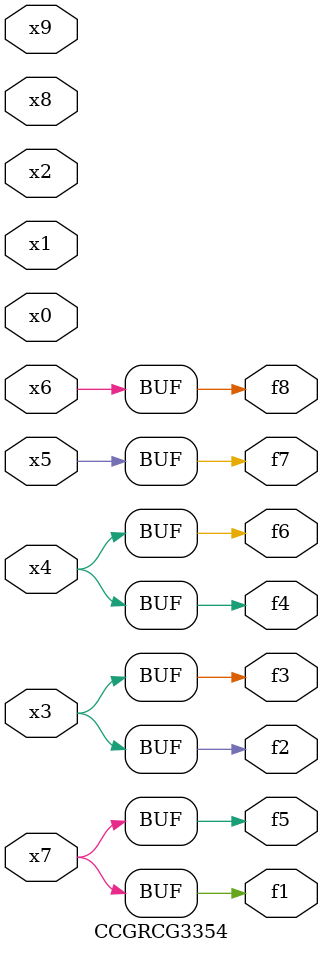
<source format=v>
module CCGRCG3354(
	input x0, x1, x2, x3, x4, x5, x6, x7, x8, x9,
	output f1, f2, f3, f4, f5, f6, f7, f8
);
	assign f1 = x7;
	assign f2 = x3;
	assign f3 = x3;
	assign f4 = x4;
	assign f5 = x7;
	assign f6 = x4;
	assign f7 = x5;
	assign f8 = x6;
endmodule

</source>
